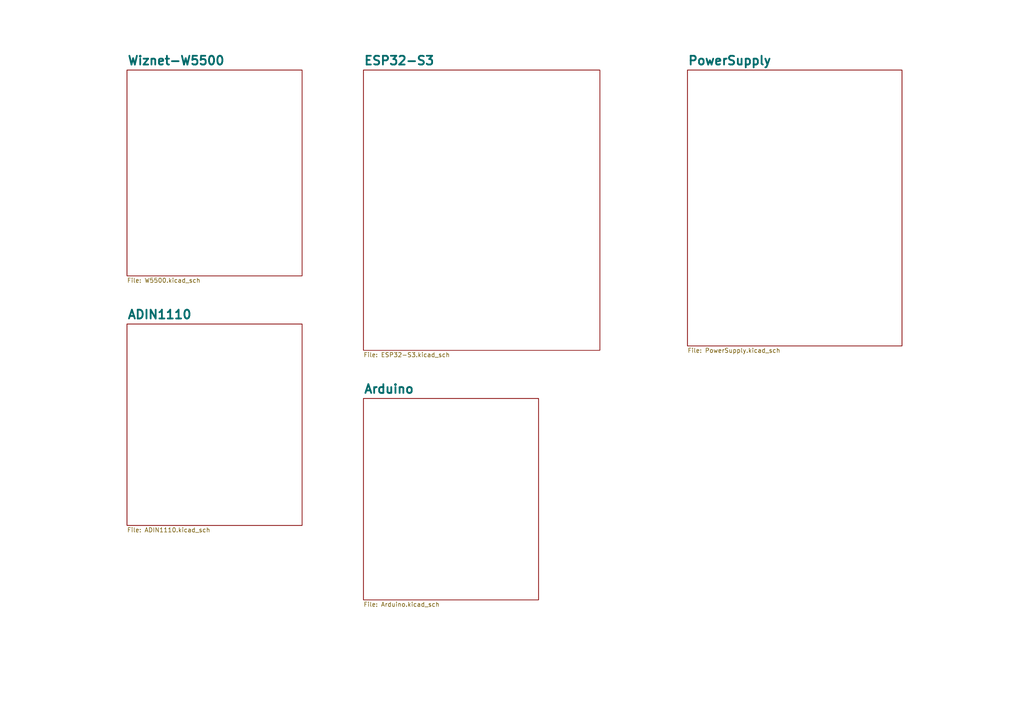
<source format=kicad_sch>
(kicad_sch (version 20230121) (generator eeschema)
  (paper "A4")
  (lib_symbols)
  (sheet (at 105.41 115.57) (size 50.8 58.42) (stroke (width 0.1524))
    (property "Sheetname" "Arduino" (at 105.41 114.3 0) (effects (font (size 2.54 2.54) bold) (justify left bottom)))
    (property "Sheetfile" "Arduino.kicad_sch" (at 105.41 174.5746 0) (effects (justify left top)))
  )
  (sheet (at 105.41 20.32) (size 68.58 81.28) (stroke (width 0.1524))
    (property "Sheetname" "ESP32-S3" (at 105.41 19.05 0) (effects (font (size 2.54 2.54) bold) (justify left bottom)))
    (property "Sheetfile" "ESP32-S3.kicad_sch" (at 105.41 102.1846 0) (effects (justify left top)))
  )
  (sheet (at 199.39 20.32) (size 62.23 80.01) (stroke (width 0.1524))
    (property "Sheetname" "PowerSupply" (at 199.39 19.05 0) (effects (font (size 2.54 2.54) bold) (justify left bottom)))
    (property "Sheetfile" "PowerSupply.kicad_sch" (at 199.39 100.9146 0) (effects (justify left top)))
  )
  (sheet (at 36.83 93.98) (size 50.8 58.42) (stroke (width 0.1524))
    (property "Sheetname" "ADIN1110" (at 36.83 92.71 0) (effects (font (size 2.54 2.54) bold) (justify left bottom)))
    (property "Sheetfile" "ADIN1110.kicad_sch" (at 36.83 152.9846 0) (effects (justify left top)))
  )
  (sheet (at 36.83 20.32) (size 50.8 59.69) (stroke (width 0.1524))
    (property "Sheetname" "Wiznet-W5500" (at 36.83 19.05 0) (effects (font (size 2.54 2.54) bold) (justify left bottom)))
    (property "Sheetfile" "W5500.kicad_sch" (at 36.83 80.5946 0) (effects (justify left top)))
  )
)
</source>
